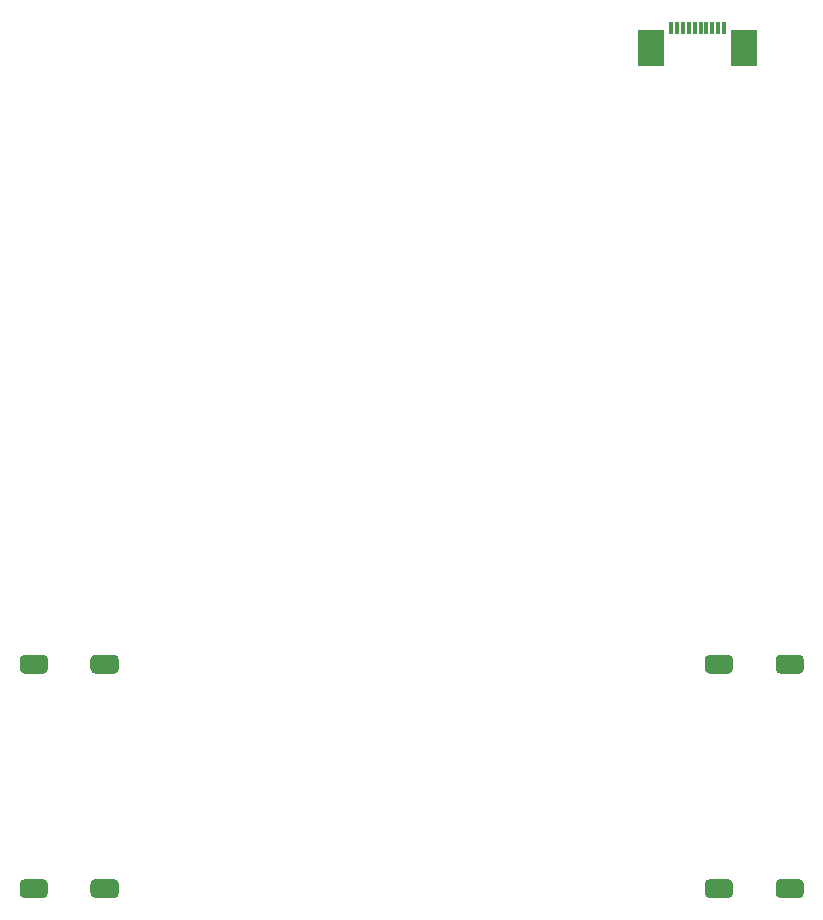
<source format=gbr>
%TF.GenerationSoftware,KiCad,Pcbnew,(5.1.8)-1*%
%TF.CreationDate,2021-08-31T22:24:42+08:00*%
%TF.ProjectId,End_World_Kit_V3.0,456e645f-576f-4726-9c64-5f4b69745f56,rev?*%
%TF.SameCoordinates,Original*%
%TF.FileFunction,Paste,Top*%
%TF.FilePolarity,Positive*%
%FSLAX46Y46*%
G04 Gerber Fmt 4.6, Leading zero omitted, Abs format (unit mm)*
G04 Created by KiCad (PCBNEW (5.1.8)-1) date 2021-08-31 22:24:42*
%MOMM*%
%LPD*%
G01*
G04 APERTURE LIST*
%ADD10R,2.300000X3.100000*%
%ADD11R,0.300000X1.100000*%
G04 APERTURE END LIST*
%TO.C,SW6*%
G36*
G01*
X130550000Y-134150000D02*
X130550000Y-133350000D01*
G75*
G02*
X130950000Y-132950000I400000J0D01*
G01*
X132550000Y-132950000D01*
G75*
G02*
X132950000Y-133350000I0J-400000D01*
G01*
X132950000Y-134150000D01*
G75*
G02*
X132550000Y-134550000I-400000J0D01*
G01*
X130950000Y-134550000D01*
G75*
G02*
X130550000Y-134150000I0J400000D01*
G01*
G37*
G36*
G01*
X124550000Y-134150000D02*
X124550000Y-133350000D01*
G75*
G02*
X124950000Y-132950000I400000J0D01*
G01*
X126550000Y-132950000D01*
G75*
G02*
X126950000Y-133350000I0J-400000D01*
G01*
X126950000Y-134150000D01*
G75*
G02*
X126550000Y-134550000I-400000J0D01*
G01*
X124950000Y-134550000D01*
G75*
G02*
X124550000Y-134150000I0J400000D01*
G01*
G37*
%TD*%
%TO.C,SW5*%
G36*
G01*
X130550000Y-115150000D02*
X130550000Y-114350000D01*
G75*
G02*
X130950000Y-113950000I400000J0D01*
G01*
X132550000Y-113950000D01*
G75*
G02*
X132950000Y-114350000I0J-400000D01*
G01*
X132950000Y-115150000D01*
G75*
G02*
X132550000Y-115550000I-400000J0D01*
G01*
X130950000Y-115550000D01*
G75*
G02*
X130550000Y-115150000I0J400000D01*
G01*
G37*
G36*
G01*
X124550000Y-115150000D02*
X124550000Y-114350000D01*
G75*
G02*
X124950000Y-113950000I400000J0D01*
G01*
X126550000Y-113950000D01*
G75*
G02*
X126950000Y-114350000I0J-400000D01*
G01*
X126950000Y-115150000D01*
G75*
G02*
X126550000Y-115550000I-400000J0D01*
G01*
X124950000Y-115550000D01*
G75*
G02*
X124550000Y-115150000I0J400000D01*
G01*
G37*
%TD*%
%TO.C,SW4*%
G36*
G01*
X72550000Y-134150000D02*
X72550000Y-133350000D01*
G75*
G02*
X72950000Y-132950000I400000J0D01*
G01*
X74550000Y-132950000D01*
G75*
G02*
X74950000Y-133350000I0J-400000D01*
G01*
X74950000Y-134150000D01*
G75*
G02*
X74550000Y-134550000I-400000J0D01*
G01*
X72950000Y-134550000D01*
G75*
G02*
X72550000Y-134150000I0J400000D01*
G01*
G37*
G36*
G01*
X66550000Y-134150000D02*
X66550000Y-133350000D01*
G75*
G02*
X66950000Y-132950000I400000J0D01*
G01*
X68550000Y-132950000D01*
G75*
G02*
X68950000Y-133350000I0J-400000D01*
G01*
X68950000Y-134150000D01*
G75*
G02*
X68550000Y-134550000I-400000J0D01*
G01*
X66950000Y-134550000D01*
G75*
G02*
X66550000Y-134150000I0J400000D01*
G01*
G37*
%TD*%
%TO.C,SW3*%
G36*
G01*
X72550000Y-115150000D02*
X72550000Y-114350000D01*
G75*
G02*
X72950000Y-113950000I400000J0D01*
G01*
X74550000Y-113950000D01*
G75*
G02*
X74950000Y-114350000I0J-400000D01*
G01*
X74950000Y-115150000D01*
G75*
G02*
X74550000Y-115550000I-400000J0D01*
G01*
X72950000Y-115550000D01*
G75*
G02*
X72550000Y-115150000I0J400000D01*
G01*
G37*
G36*
G01*
X66550000Y-115150000D02*
X66550000Y-114350000D01*
G75*
G02*
X66950000Y-113950000I400000J0D01*
G01*
X68550000Y-113950000D01*
G75*
G02*
X68950000Y-114350000I0J-400000D01*
G01*
X68950000Y-115150000D01*
G75*
G02*
X68550000Y-115550000I-400000J0D01*
G01*
X66950000Y-115550000D01*
G75*
G02*
X66550000Y-115150000I0J400000D01*
G01*
G37*
%TD*%
D10*
%TO.C,J4*%
X127870000Y-62600000D03*
X120030000Y-62600000D03*
D11*
X126200000Y-60900000D03*
X125700000Y-60900000D03*
X125200000Y-60900000D03*
X124700000Y-60900000D03*
X124200000Y-60900000D03*
X123700000Y-60900000D03*
X123200000Y-60900000D03*
X122700000Y-60900000D03*
X122200000Y-60900000D03*
X121700000Y-60900000D03*
%TD*%
M02*

</source>
